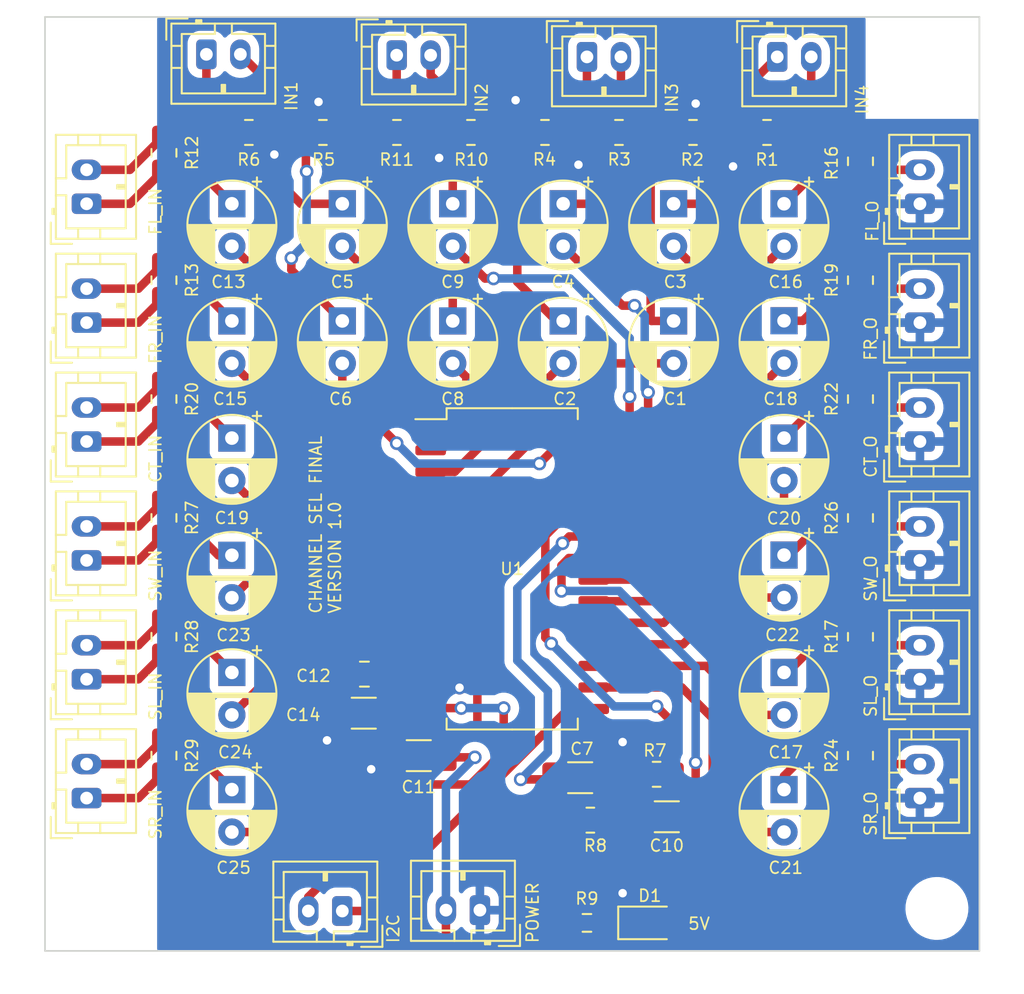
<source format=kicad_pcb>
(kicad_pcb (version 20221018) (generator pcbnew)
  (layers (0 "F.Cu" signal) (31 "B.Cu" signal) (34 "B.Paste" user) (35 "F.Paste" user) (36 "B.SilkS" user "B.Silkscreen") (37 "F.SilkS" user "F.Silkscreen") (38 "B.Mask" user) (39 "F.Mask" user) (44 "Edge.Cuts" user))
  (net 0 "")
  (net 1 "SCL")
  (net 2 "SDA")
  (net 3 "GND")
  (net 4 "VCC")
  (net 5 "FLI")
  (net 6 "FRI")
  (net 7 "CTI")
  (net 8 "SUBI")
  (net 9 "SLI")
  (net 10 "SRI")
  (net 11 "FLO")
  (net 12 "FRO")
  (net 13 "SUBO")
  (net 14 "SLO")
  (net 15 "SRO")
  (net 16 "CTO")
  (net 17 "FLIGND")
  (net 18 "FRIGND")
  (net 19 "CTIGND")
  (net 20 "SUBIGND")
  (net 21 "SLIGND")
  (net 22 "SRIGND")
  (net 23 "L1")
  (net 24 "R1")
  (net 25 "L2")
  (net 26 "R2")
  (net 27 "L3")
  (net 28 "R3")
  (net 29 "L4")
  (net 30 "R4")
  (net 31 "Net-(J1-Pin_1)")
  (net 32 "Net-(J2-Pin_1)")
  (net 33 "Net-(J1-Pin_2)")
  (net 34 "Net-(J2-Pin_2)")
  (net 35 "Net-(J3-Pin_1)")
  (net 36 "Net-(J3-Pin_2)")
  (net 37 "Net-(J4-Pin_1)")
  (net 38 "Net-(J4-Pin_2)")
  (net 39 "Net-(J6-Pin_2)")
  (net 40 "Net-(U1-VREF)")
  (net 41 "Net-(J8-Pin_2)")
  (net 42 "Net-(J9-Pin_2)")
  (net 43 "Net-(J10-Pin_2)")
  (net 44 "Net-(J11-Pin_2)")
  (net 45 "Net-(J12-Pin_2)")
  (net 46 "LPFIN")
  (net 47 "LPFOUT")
  (net 48 "Net-(C10-Pad2)")
  (net 49 "MIX")
  (net 50 "Net-(J13-Pin_2)")
  (net 51 "Net-(J14-Pin_2)")
  (net 52 "Net-(J15-Pin_2)")
  (net 53 "Net-(J16-Pin_2)")
  (net 54 "Net-(J17-Pin_2)")
  (net 55 "Net-(J18-Pin_2)")
  (net 56 "Net-(D1-A)")
  (footprint "Connector_JST:JST_PH_B2B-PH-K_1x02_P2.00mm_Vertical" (layer "F.Cu") (at 130 115.65 180)
    (fp_text reference "J5" hide)
    (fp_text value "Conn_01x02_Male")
  )
  (footprint "Capacitor_THT:CP_Radial_D5.0mm_P2.50mm" (layer "F.Cu") (at 156 74 -90)
    (fp_text reference "C16")
    (fp_text value "10U")
  )
  (footprint "Resistor_SMD:R_0805_2012Metric_Pad1.20x1.40mm_HandSolder" (layer "F.Cu") (at 137.571426 69.8 180)
    (fp_text reference "R10")
    (fp_text value "100K")
  )
  (footprint "MountingHole:MountingHole_3.2mm_M3" (layer "F.Cu") (at 165 115.5)
    (fp_text reference "H2" hide)
    (fp_text value "MountingHole")
  )
  (footprint "Resistor_SMD:R_0805_2012Metric_Pad1.20x1.40mm_HandSolder" (layer "F.Cu") (at 128.857142 69.8)
    (fp_text reference "R5")
    (fp_text value "100K")
  )
  (footprint "Resistor_SMD:R_0805_2012Metric_Pad1.20x1.40mm_HandSolder" (layer "F.Cu") (at 150.642852 69.8 180)
    (fp_text reference "R2")
    (fp_text value "100K")
  )
  (footprint "Capacitor_THT:CP_Radial_D5.0mm_P2.50mm" (layer "F.Cu") (at 123.5 101.6 -90)
    (fp_text reference "C24")
    (fp_text value "10U")
  )
  (footprint "Connector_JST:JST_PH_B2B-PH-K_1x02_P2.00mm_Vertical" (layer "F.Cu") (at 114.95 109 90)
    (fp_text reference "J18" hide)
    (fp_text value "Conn_01x02_Male")
  )
  (footprint "Connector_JST:JST_PH_B2B-PH-K_1x02_P2.00mm_Vertical" (layer "F.Cu") (at 114.95 88 90)
    (fp_text reference "J12" hide)
    (fp_text value "Conn_01x02_Male")
  )
  (footprint "Connector_JST:JST_PH_B2B-PH-K_1x02_P2.00mm_Vertical" (layer "F.Cu") (at 164 95 90)
    (fp_text reference "J15" hide)
    (fp_text value "CTO")
  )
  (footprint "Capacitor_THT:CP_Radial_D5.0mm_P2.50mm" (layer "F.Cu") (at 143 74 -90)
    (fp_text reference "C4")
    (fp_text value "10U")
  )
  (footprint "Connector_JST:JST_PH_B2B-PH-K_1x02_P2.00mm_Vertical" (layer "F.Cu") (at 164 81 90)
    (fp_text reference "J11" hide)
    (fp_text value "Conn_01x02_Male")
  )
  (footprint "Connector_JST:JST_PH_B2B-PH-K_1x02_P2.00mm_Vertical" (layer "F.Cu") (at 114.95 81 90)
    (fp_text reference "J8" hide)
    (fp_text value "Conn_01x02_Male")
  )
  (footprint "Resistor_SMD:R_0805_2012Metric_Pad1.20x1.40mm_HandSolder" (layer "F.Cu") (at 146.28571 69.8 180)
    (fp_text reference "R3")
    (fp_text value "100K")
  )
  (footprint "Capacitor_THT:CP_Radial_D5.0mm_P2.50mm" (layer "F.Cu") (at 130 74 -90)
    (fp_text reference "C5")
    (fp_text value "10U")
  )
  (footprint "Capacitor_SMD:C_1206_3216Metric_Pad1.33x1.80mm_HandSolder" (layer "F.Cu") (at 131.2625 104 180)
    (fp_text reference "C14")
    (fp_text value "10U")
  )
  (footprint "Connector_JST:JST_PH_B2B-PH-K_1x02_P2.00mm_Vertical" (layer "F.Cu") (at 155.6 65.35)
    (fp_text reference "J1" hide)
    (fp_text value "Conn_01x02_Male")
  )
  (footprint "Connector_JST:JST_PH_B2B-PH-K_1x02_P2.00mm_Vertical" (layer "F.Cu") (at 164 88 90)
    (fp_text reference "J13" hide)
    (fp_text value "Conn_01x02_Male")
  )
  (footprint "Resistor_SMD:R_0805_2012Metric_Pad1.20x1.40mm_HandSolder" (layer "F.Cu") (at 148.5 107.6 180)
    (fp_text reference "R7")
    (fp_text value "24K")
  )
  (footprint "Connector_JST:JST_PH_B2B-PH-K_1x02_P2.00mm_Vertical" (layer "F.Cu") (at 164 102 90)
    (fp_text reference "J10" hide)
    (fp_text value "Conn_01x02_Male")
  )
  (footprint "Connector_JST:JST_PH_B2B-PH-K_1x02_P2.00mm_Vertical" (layer "F.Cu") (at 133.2 65.25)
    (fp_text reference "J4" hide)
    (fp_text value "Conn_01x02_Male")
  )
  (footprint "Connector_JST:JST_PH_B2B-PH-K_1x02_P2.00mm_Vertical" (layer "F.Cu") (at 164 74 90)
    (fp_text reference "J9" hide)
    (fp_text value "Conn_01x02_Male")
  )
  (footprint "Resistor_SMD:R_0805_2012Metric_Pad1.20x1.40mm_HandSolder" (layer "F.Cu") (at 119.5 78.5 -90)
    (fp_text reference "R13")
    (fp_text value "100K")
  )
  (footprint "Resistor_SMD:R_0805_2012Metric_Pad1.20x1.40mm_HandSolder" (layer "F.Cu") (at 160.5 78.5 -90)
    (fp_text reference "R19")
    (fp_text value "100K")
  )
  (footprint "Resistor_SMD:R_0805_2012Metric_Pad1.20x1.40mm_HandSolder" (layer "F.Cu") (at 160.5 71.5 -90)
    (fp_text reference "R16")
    (fp_text value "100K")
  )
  (footprint "Resistor_SMD:R_0805_2012Metric_Pad1.20x1.40mm_HandSolder" (layer "F.Cu") (at 119.5 92.5 -90)
    (fp_text reference "R27")
    (fp_text value "100K")
  )
  (footprint "Resistor_SMD:R_0805_2012Metric_Pad1.20x1.40mm_HandSolder" (layer "F.Cu") (at 160.5 85.5 -90)
    (fp_text reference "R22")
    (fp_text value "100K")
  )
  (footprint "Capacitor_THT:CP_Radial_D5.0mm_P2.50mm" (layer "F.Cu") (at 136.5 74 -90)
    (fp_text reference "C9")
    (fp_text value "10U")
  )
  (footprint "Capacitor_THT:CP_Radial_D5.0mm_P2.50mm" (layer "F.Cu") (at 143 80.9 -90)
    (fp_text reference "C2")
    (fp_text value "10U")
  )
  (footprint "MountingHole:MountingHole_3.2mm_M3" (layer "F.Cu") (at 115 65.5)
    (fp_text reference "H4" hide)
    (fp_text value "MountingHole")
  )
  (footprint "Package_SO:SOIC-28W_7.5x18.7mm_P1.27mm" (layer "F.Cu") (at 140 95.5)
    (fp_text reference "U1")
    (fp_text value "AX2358")
  )
  (footprint "Capacitor_THT:CP_Radial_D5.0mm_P2.50mm" (layer "F.Cu") (at 123.5 94.7 -90)
    (fp_text reference "C23")
    (fp_text value "10U")
  )
  (footprint "Capacitor_THT:CP_Radial_D5.0mm_P2.50mm" (layer "F.Cu") (at 130 80.9 -90)
    (fp_text reference "C6")
    (fp_text value "10U")
  )
  (footprint "Capacitor_THT:CP_Radial_D5.0mm_P2.50mm" (layer "F.Cu") (at 156 101.6 -90)
    (fp_text reference "C17")
    (fp_text value "10U")
  )
  (footprint "Connector_JST:JST_PH_B2B-PH-K_1x02_P2.00mm_Vertical" (layer "F.Cu") (at 114.95 95 90)
    (fp_text reference "J16" hide)
    (fp_text value "Conn_01x02_Male")
  )
  (footprint "Capacitor_THT:CP_Radial_D5.0mm_P2.50mm" (layer "F.Cu") (at 156 108.5 -90)
    (fp_text reference "C21")
    (fp_text value "10U")
  )
  (footprint "Resistor_SMD:R_0805_2012Metric_Pad1.20x1.40mm_HandSolder" (layer "F.Cu") (at 119.5 99.5 -90)
    (fp_text reference "R28")
    (fp_text value "100K")
  )
  (footprint "Resistor_SMD:R_0805_2012Metric_Pad1.20x1.40mm_HandSolder" (layer "F.Cu") (at 144.6 110.3 180)
    (fp_text reference "R8")
    (fp_text value "24K")
  )
  (footprint "Capacitor_SMD:C_0805_2012Metric_Pad1.18x1.45mm_HandSolder" (layer "F.Cu") (at 131.3 101.7 180)
    (fp_text reference "C12")
    (fp_text value "0.1U")
  )
  (footprint "Capacitor_THT:CP_Radial_D5.0mm_P2.50mm" (layer "F.Cu") (at 123.5 87.8 -90)
    (fp_text reference "C19")
    (fp_text value "10U")
  )
  (footprint "Connector_JST:JST_PH_B2B-PH-K_1x02_P2.00mm_Vertical" (layer "F.Cu") (at 114.95 102 90)
    (fp_text reference "J17" hide)
    (fp_text value "Conn_01x02_Male")
  )
  (footprint "Connector_JST:JST_PH_B2B-PH-K_1x02_P2.00mm_Vertical" (layer "F.Cu") (at 144.4 65.35)
    (fp_text reference "J2" hide)
    (fp_text value "Conn_01x02_Male")
  )
  (footprint "Capacitor_THT:CP_Radial_D5.0mm_P2.50mm" (layer "F.Cu") (at 156 94.689888 -90)
    (fp_text reference "C22")
    (fp_text value "10U")
  )
  (footprint "Capacitor_THT:CP_Radial_D5.0mm_P2.50mm" (layer "F.Cu") (at 156 80.889888 -90)
    (fp_text reference "C18")
    (fp_text value "10U")
  )
  (footprint "Resistor_SMD:R_0805_2012Metric_Pad1.20x1.40mm_HandSolder" (layer "F.Cu") (at 155 69.8 180)
    (fp_text reference "R1")
    (fp_text value "100K")
  )
  (footprint "Resistor_SMD:R_0805_2012Metric_Pad1.20x1.40mm_HandSolder" (layer "F.Cu") (at 124.5 69.8)
    (fp_text reference "R6")
    (fp_text value "100K")
  )
  (footprint "Connector_JST:JST_PH_B2B-PH-K_1x02_P2.00mm_Vertical" (layer "F.Cu") (at 122 65.2)
    (fp_text reference "J3" hide)
    (fp_text value "Conn_01x02_Male")
  )
  (footprint "Capacitor_THT:CP_Radial_D5.0mm_P2.50mm" (layer "F.Cu") (at 123.5 80.9 -90)
    (fp_text reference "C15")
    (fp_text value "10U")
  )
  (footprint "Capacitor_SMD:C_1206_3216Metric_Pad1.33x1.80mm_HandSolder" (layer "F.Cu") (at 144 107.8 180)
    (fp_text reference "C7")
    (fp_text value "47N C0G")
  )
  (footprint "Capacitor_THT:CP_Radial_D5.0mm_P2.50mm" (layer "F.Cu") (at 149.5 80.9 -90)
    (fp_text reference "C1")
    (fp_text value "10U")
  )
  (footprint "Resistor_SMD:R_0805_2012Metric_Pad1.20x1.40mm_HandSolder" (layer "F.Cu") (at 160.5 106.5 -90)
    (fp_text reference "R24")
    (fp_text value "100K")
  )
  (footprint "Capacitor_THT:CP_Radial_D5.0mm_P2.50mm" (layer "F.Cu") (at 156 87.8 -90)
    (fp_text reference "C20")
    (fp_text value "10U")
  )
  (footprint "Resistor_SMD:R_0805_2012Metric_Pad1.20x1.40mm_HandSolder" (layer "F.Cu") (at 160.5 99.5 -90)
    (fp_text reference "R17")
    (fp_text value "100K")
  )
  (footprint "Resistor_SMD:R_0805_2012Metric_Pad1.20x1.40mm_HandSolder" (layer "F.Cu") (at 119.5 85.5 -90)
    (fp_text reference "R20")
    (fp_text value "100K")
  )
  (footprint "LED_SMD:LED_0805_2012Metric_Pad1.15x1.40mm_HandSolder" (layer "F.Cu") (at 148.1 116.35)
    (fp_text reference "D1")
    (fp_text value "YELLOW")
  )
  (footprint "Capacitor_THT:CP_Radial_D5.0mm_P2.50mm" (layer "F.Cu") (at 123.5 74 -90)
    (fp_text reference "C13")
    (fp_text value "10U")
  )
  (footprint "Resistor_SMD:R_0805_2012Metric_Pad1.20x1.40mm_HandSolder" (layer "F.Cu") (at 119.5 106.5 -90)
    (fp_text reference "R29")
    (fp_text value "100K")
  )
  (footprint "Resistor_SMD:R_0603_1608Metric_Pad0.98x0.95mm_HandSolder" (layer "F.Cu") (at 144.4 116.35)
    (fp_text reference "R9")
    (fp_text value "1K")
  )
  (footprint "MountingHole:MountingHole_3.2mm_M3" (layer "F.Cu") (at 115 115.5)
    (fp_text reference "H1" hide)
    (fp_text value "MountingHole")
  )
  (footprint "Connector_JST:JST_PH_B2B-PH-K_1x02_P2.00mm_Vertical" (layer "F.Cu") (at 138.1 115.6 180)
    (fp_text reference "J7" hide)
    (fp_text value "Conn_01x02_Male")
  )
  (footprint "Capacitor_SMD:C_1206_3216Metric_Pad1.33x1.80mm_HandSolder" (layer "F.Cu") (at 149.1 110.1 180)
    (fp_text reference "C10")
    (fp_text value "100N C0G")
  )
  (footprint "Capacitor_THT:CP_Radial_D5.0mm_P2.50mm" (layer "F.Cu") (at 123.5 108.5 -90)
    (fp_text reference "C25")
    (fp_text value "10U")
  )
  (footprint "MountingHole:MountingHole_3.2mm_M3" (layer "F.Cu") (at 165 65.5)
    (fp_text reference "H3" hide)
    (fp_text value "MountingHole")
  )
  (footprint "Connector_JST:JST_PH_B2B-PH-K_1x02_P2.00mm_Vertical" (layer "F.Cu") (at 164 109 90)
    (fp_text reference "J14" hide)
    (fp_text value "Conn_01x02_Male")
  )
  (footprint "Resistor_SMD:R_0805_2012Metric_Pad1.20x1.40mm_HandSolder" (layer "F.Cu") (at 160.5 92.5 -90)
    (fp_text reference "R26")
    (fp_text value "100K")
  )
  (footprint "Resistor_SMD:R_0805_2012Metric_Pad1.20x1.40mm_HandSolder" (layer "F.Cu") (at 133.214284 69.8 180)
    (fp_text reference "R11")
    (fp_text value "100K")
  )
  (footprint "Capacitor_THT:CP_Radial_D5.0mm_P2.50mm" (layer "F.Cu") (at 136.5 80.9 -90)
    (fp_text reference "C8")
    (fp_text value "10U")
  )
  (footprint "Resistor_SMD:R_0805_2012Metric_Pad1.20x1.40mm_HandSolder" (layer "F.Cu") (at 141.928568 69.8 180)
    (fp_text reference "R4")
    (fp_text value "100K")
  )
  (footprint "Capacitor_SMD:C_1206_3216Metric_Pad1.33x1.80mm_HandSolder" (layer "F.Cu") (at 134.5 106.5 180)
    (fp_text reference "C11")
    (fp_text value "10U")
  )
  (footprint "Capacitor_THT:CP_Radial_D5.0mm_P2.50mm" (layer "F.Cu") (at 149.5 74 -90)
    (fp_text reference "C3")
    (fp_text value "10U")
  )
  (footprint "Connector_JST:JST_PH_B2B-PH-K_1x02_P2.00mm_Vertical" (layer "F.Cu") (at 114.95 74 90)
    (fp_text reference "J6" hide)
    (fp_text value "Conn_01x02_Male")
  )
  (footprint "Resistor_SMD:R_0805_2012Metric_Pad1.20x1.40mm_HandSolder" (layer "F.Cu") (at 119.5 71 -90)
    (fp_text reference "R12")
    (fp_text value "100K")
  )
  (gr_line (start 112.5 118) (end 167.5 118) (stroke (width 0.1)) (layer "Edge.Cuts"))
  (gr_line (start 112.5 63) (end 112.5 118) (stroke (width 0.1)) (layer "Edge.Cuts"))
  (gr_line (start 167.5 63) (end 167.5 118) (stroke (width 0.1)) (layer "Edge.Cuts"))
  (gr_line (start 167.5 63) (end 112.5 63) (stroke (width 0.1)) (layer "Edge.Cuts"))
  (gr_text "SL_O" (at 161.1 104.3 90) (layer "F.SilkS") (effects (font (size 0.7 0.7) (thickness 0.1)) (justify left)))
  (gr_text "FR_IN" (at 119 83.5 90) (layer "F.SilkS") (effects (font (size 0.7 0.7) (thickness 0.1)) (justify left)))
  (gr_text "SW_O" (at 161.1 97.5 90) (layer "F.SilkS") (effects (font (size 0.7 0.7) (thickness 0.1)) (justify left)))
  (gr_text "SL_IN" (at 119 104.5 90) (layer "F.SilkS") (effects (font (size 0.7 0.7) (thickness 0.1)) (justify left)))
  (gr_text "POWER" (at 141.2 117.6 90) (layer "F.SilkS") (effects (font (size 0.7 0.7) (thickness 0.1)) (justify left)))
  (gr_text "5V" (at 150.3 116.4) (layer "F.SilkS") (effects (font (size 0.7 0.7) (thickness 0.1)) (justify left)))
  (gr_text "CHANNEL SEL FINAL\nVERSION 1.0" (at 129 98.2 90) (layer "F.SilkS") (effects (font (size 0.7 0.7) (thickness 0.1)) (justify left)))
  (gr_text "IN4" (at 160.6 68.8 90) (layer "F.SilkS") (effects (font (size 0.7 0.7) (thickness 0.1)) (justify left)))
  (gr_text "SR_O\n" (at 161.1 111.3 90) (layer "F.SilkS") (effects (font (size 0.7 0.7) (thickness 0.1)) (justify left)))
  (gr_text "IN1\n" (at 127 68.6 90) (layer "F.SilkS") (effects (font (size 0.7 0.7) (thickness 0.1)) (justify left)))
  (gr_text "IN3" (at 149.4 68.7 90) (layer "F.SilkS") (effects (font (size 0.7 0.7) (thickness 0.1)) (justify left)))
  (gr_text "I2C" (at 133 117.6 90) (layer "F.SilkS") (effects (font (size 0.7 0.7) (thickness 0.1)) (justify left)))
  (gr_text "IN2" (at 138.2 68.7 90) (layer "F.SilkS") (effects (font (size 0.7 0.7) (thickness 0.1)) (justify left)))
  (gr_text "SW_IN" (at 119 97.5 90) (layer "F.SilkS") (effects (font (size 0.7 0.7) (thickness 0.1)) (justify left)))
  (gr_text "CT_O" (at 161.1 90.2 90) (layer "F.SilkS") (effects (font (size 0.7 0.7) (thickness 0.1)) (justify left)))
  (gr_text "SR_IN\n" (at 119 111.5 90) (layer "F.SilkS") (effects (font (size 0.7 0.7) (thickness 0.1)) (justify left)))
  (gr_text "FL_IN" (at 119 75.9 90) (layer "F.SilkS") (effects (font (size 0.7 0.7) (thickness 0.1)) (justify left)))
  (gr_text "CT_IN" (at 119 90.5 90) (layer "F.SilkS") (effects (font (size 0.7 0.7) (thickness 0.1)) (justify left)))
  (gr_text "FL_O" (at 161.2 76.3 90) (layer "F.SilkS") (effects (font (size 0.7 0.7) (thickness 0.1)) (justify left)))
  (gr_text "FR_O" (at 161.1 83.3 90) (layer "F.SilkS") (effects (font (size 0.7 0.7) (thickness 0.1)) (justify left)))
  (segment (start 143.302204 103.755) (end 144.8 103.755) (width 0.5) (layer "F.Cu") (net 1))
  (segment (start 130 115.65) (end 131.407204 115.65) (width 0.5) (layer "F.Cu") (net 1))
  (segment (start 131.407204 115.65) (end 143.302204 103.755) (width 0.5) (layer "F.Cu") (net 1))
  (segment (start 137.542796 108.2) (end 139.5 106.242796) (width 0.5) (layer "F.Cu") (net 2))
  (segment (start 128 114.825) (end 134.625 108.2) (width 0.5) (layer "F.Cu") (net 2))
  (segment (start 137 103.7) (end 135.255 103.7) (width 0.5) (layer "F.Cu") (net 2))
  (segment (start 134.625 108.2) (end 137.542796 108.2) (width 0.5) (layer "F.Cu") (net 2))
  (segment (start 128 115.65) (end 128 114.825) (width 0.5) (layer "F.Cu") (net 2))
  (segment (start 135.255 103.7) (end 135.2 103.755) (width 0.5) (layer "F.Cu") (net 2))
  (segment (start 139.5 106.242796) (end 139.5 103.7) (width 0.5) (layer "F.Cu") (net 2))
  (via (at 137 103.7) (size 0.8) (drill 0.5) (layers "F.Cu" "B.Cu") (net 2))
  (via (at 139.5 103.7) (size 0.8) (drill 0.5) (layers "F.Cu" "B.Cu") (net 2))
  (segment (start 137 103.7) (end 139.5 103.7) (width 0.5) (layer "B.Cu") (net 2))
  (segment (start 162 109) (end 160.5 107.5) (width 0.5) (layer "F.Cu") (net 3))
  (segment (start 164 102) (end 162 102) (width 0.5) (layer "F.Cu") (net 3))
  (segment (start 125.5 69.8) (end 125.5 70.6) (width 0.5) (layer "F.Cu") (net 3))
  (segment (start 140.928568 69.8) (end 140.928568 68.628568) (width 0.5) (layer "F.Cu") (net 3))
  (segment (start 136.571426 70.428574) (end 135.7 71.3) (width 0.5) (layer "F.Cu") (net 3))
  (segment (start 132.9375 106.5) (end 132.5 106.5) (width 0.5) (layer "F.Cu") (net 3))
  (segment (start 149.642852 69.257148) (end 150.8 68.1) (width 0.5) (layer "F.Cu") (net 3))
  (segment (start 145.5375 107.9) (end 145.5375 106.6625) (width 0.5) (layer "F.Cu") (net 3))
  (segment (start 136.571426 69.8) (end 136.571426 70.428574) (width 0.5) (layer "F.Cu") (net 3))
  (segment (start 129.857142 69.8) (end 129.857142 69.257142) (width 0.5) (layer "F.Cu") (net 3))
  (segment (start 132.214284 69.8) (end 129.857142 69.8) (width 0.5) (layer "F.Cu") (net 3))
  (segment (start 145.28571 69.8) (end 145.28571 70.31429) (width 0.5) (layer "F.Cu") (net 3))
  (segment (start 125.5 70.6) (end 126 71.1) (width 0.5) (layer "F.Cu") (net 3))
  (segment (start 162 74) (end 160.5 72.5) (width 0.5) (layer "F.Cu") (net 3))
  (segment (start 147.075 116.35) (end 147.075 115.175) (width 0.5) (layer "F.Cu") (net 3))
  (segment (start 162 81) (end 160.5 79.5) (width 0.5) (layer "F.Cu") (net 3))
  (segment (start 162 88) (end 160.5 86.5) (width 0.5) (layer "F.Cu") (net 3))
  (segment (start 162 95) (end 160.5 93.5) (width 0.5) (layer "F.Cu") (net 3))
  (segment (start 145.5375 106.6625) (end 146.5 105.7) (width 0.5) (layer "F.Cu") (net 3))
  (segment (start 147.075 115.175) (end 146.5 114.6) (width 0.5) (layer "F.Cu") (net 3))
  (segment (start 162 102) (end 160.5 100.5) (width 0.5) (layer "F.Cu") (net 3))
  (segment (start 132.5 106.5) (end 131.7 107.3) (width 0.5) (layer "F.Cu") (net 3))
  (segment (start 164 95) (end 162 95) (width 0.5) (layer "F.Cu") (net 3))
  (segment (start 154 69.8) (end 153 70.8) (width 0.5) (layer "F.Cu") (net 3))
  (segment (start 153 70.8) (end 153 71.8) (width 0.5) (layer "F.Cu") (net 3))
  (segment (start 145.28571 70.31429) (end 143.9 71.7) (width 0.5) (layer "F.Cu") (net 3))
  (segment (start 164 88) (end 162 88) (width 0.5) (layer "F.Cu") (net 3))
  (segment (start 164 74) (end 162 74) (width 0.5) (layer "F.Cu") (net 3))
  (segment (start 130.3625 101.9) (end 129.7 102.5625) (width 0.5) (layer "F.Cu") (net 3))
  (segment (start 164 109) (end 162 109) (width 0.5) (layer "F.Cu") (net 3))
  (segment (start 149.642852 69.8) (end 149.642852 69.257148) (width 0.5) (layer "F.Cu") (net 3))
  (segment (start 164 81) (end 162 81) (width 0.5) (layer "F.Cu") (net 3))
  (segment (start 129.857142 69.257142) (end 128.6 68) (width 0.5) (layer "F.Cu") (net 3))
  (segment (start 129.7 102.5625) (end 129.7 105) (width 0.5) (layer "F.Cu") (net 3))
  (segment (start 136.885 102.485) (end 136.9 102.5) (width 0.5) (layer "F.Cu") (net 3))
  (segment (start 135.2 102.485) (end 136.885 102.485) (width 0.5) (layer "F.Cu") (net 3))
  (segment (start 140.928568 68.628568) (end 140.2 67.9) (width 0.5) (layer "F.Cu") (net 3))
  (segment (start 129.7 105) (end 129.1 105.6) (width 0.5) (layer "F.Cu") (net 3))
  (via (at 136.9 102.5) (size 0.8) (drill 0.5) (layers "F.Cu" "B.Cu") (net 3))
  (via (at 131.7 107.3) (size 0.8) (drill 0.5) (layers "F.Cu" "B.Cu") (net 3))
  (via (at 153 71.8) (size 0.8) (drill 0.5) (layers "F.Cu" "B.Cu") (net 3))
  (via (at 146.5 114.6) (size 0.8) (drill 0.5) (layers "F.Cu" "B.Cu") (net 3))
  (via (at 135.7 71.3) (size 0.8) (drill 0.5) (layers "F.Cu" "B.Cu") (net 3))
  (via (at 146.5 105.7) (size 0.8) (drill 0.5) (layers "F.Cu" "B.Cu") (net 3))
  (via (at 140.2 67.9) (size 0.8) (drill 0.5) (layers "F.Cu" "B.Cu") (net 3))
  (via (at 150.8 68.1) (size 0.8) (drill 0.5) (layers "F.Cu" "B.Cu") (net 3))
  (via (at 128.6 68) (size 0.8) (drill 0.5) (layers "F.Cu" "B.Cu") (net 3))
  (via (at 129.1 105.6) (size 0.8) (drill 0.5) (layers "F.Cu" "B.Cu") (net 3))
  (via (at 143.9 71.7) (size 0.8) (drill 0.5) (layers "F.Cu" "B.Cu") (net 3))
  (via (at 126 71.1) (size 0.8) (drill 0.5) (layers "F.Cu" "B.Cu") (net 3))
  (segment (start 141.55 116.35) (end 140.5 117.4) (width 0.5) (layer "F.Cu") (net 4))
  (segment (start 134.3925 99.945) (end 132.4375 101.9) (width 0.5) (layer "F.Cu") (net 4))
  (segment (start 137.8 106.6) (end 136.1625 106.6) (width 0.5) (layer "F.Cu") (net 4))
  (segment (start 135.2 99.945) (end 134.3925 99.945) (width 0.5) (layer "F.Cu") (net 4))
  (segment (start 136.5 117.4) (end 136.1 117) (width 0.5) (layer "F.Cu") (net 4))
  (segment (start 143.2 116.35) (end 141.55 116.35) (width 0.5) (layer "F.Cu") (net 4))
  (segment (start 137.9495 104.613) (end 136.0625 106.5) (width 0.5) (layer "F.Cu") (net 4))
  (segment (start 140.5 117.4) (end 136.5 117.4) (width 0.5) (layer "F.Cu") (net 4))
  (segment (start 137.9495 102.074551) (end 137.9495 104.613) (width 0.5) (layer "F.Cu") (net 4))
  (segment (start 135.819949 99.945) (end 137.9495 102.074551) (width 0.5) (layer "F.Cu") (net 4))
  (segment (start 136.1 117) (end 136.1 115.6) (width 0.5) (layer "F.Cu") (net 4))
  (via (at 137.8 106.6) (size 0.8) (drill 0.5) (layers "F.Cu" "B.Cu") (net 4))
  (segment (start 136.1 115.6) (end 136.1 108.3) (width 0.5) (layer "B.Cu") (net 4))
  (segment (start 136.1 108.3) (end 137.8 106.6) (width 0.5) (layer "B.Cu") (net 4))
  (segment (start 126.9 79.9) (end 123.5 76.5) (width 0.5) (layer "F.Cu") (net 5))
  (segment (start 126.9 84.644949) (end 126.9 79.9) (width 0.5) (layer "F.Cu") (net 5))
  (segment (start 134.580051 92.325) (end 126.9 84.644949) (width 0.5) (layer "F.Cu") (net 5))
  (segment (start 135.2 93.595) (end 133.695 93.595) (width 0.5) (layer "F.Cu") (net 6))
  (segment (start 133.695 93.595) (end 123.5 83.4) (width 0.5) (layer "F.Cu") (net 6))
  (segment (start 128.065 94.865) (end 123.5 90.3) (width 0.5) (layer "F.Cu") (net 7))
  (segment (start 135.2 94.865) (end 128.065 94.865) (width 0.5) (layer "F.Cu") (net 7))
  (segment (start 124.565 96.135) (end 123.5 97.2) (width 0.5) (layer "F.Cu") (net 8))
  (segment (start 135.2 96.135) (end 124.565 96.135) (width 0.5) (layer "F.Cu") (net 8))
  (segment (start 135.2 97.405) (end 130.195 97.405) (width 0.5) (layer "F.Cu") (net 9))
  (segment (start 130.195 97.405) (end 123.5 104.1) (width 0.5) (layer "F.Cu") (net 9))
  (segment (start 130.725 98.675) (end 126.4 103) (width 0.5) (layer "F.Cu") (net 10))
  (segment (start 125.4 111) (end 123.5 111) (width 0.5) (layer "F.Cu") (net 10))
  (segment (start 135.2 98.675) (end 130.725 98.675) (width 0.5) (layer "F.Cu") (net 10))
  (segment (start 126.4 103) (end 126.4 110) (width 0.5) (layer "F.Cu") (net 10))
  (segment (start 126.4 110) (end 125.4 111) (width 0.5) (layer "F.Cu") (net 10))
  (segment (start 147.865 96.135) (end 144.8 96.135) (width 0.5) (layer "F.Cu") (net 11))
  (segment (start 151.900499 92.099501) (end 147.865 96.135) (width 0.5) (layer "F.Cu") (net 11))
  (segment (start 151.900499 80.599501) (end 151.900499 92.099501) (width 0.5) (layer "F.Cu") (net 11))
  (segment (start 156 76.5) (end 151.900499 80.599501) (width 0.5) (layer "F.Cu") (net 11))
  (segment (start 152.7 86.689888) (end 152.7 93.2) (width 0.5) (layer "F.Cu") (net 12))
  (segment (start 148.495 97.405) (end 144.8 97.405) (width 0.5) (layer "F.Cu") (net 12))
  (segment (start 152.7 93.2) (end 148.495 97.405) (width 0.5) (layer "F.Cu") (net 12))
  (segment (start 156 83.389888) (end 152.7 86.689888) (width 0.5) (layer "F.Cu") (net 12))
  (segment (start 152.810112 97.189888) (end 150.055 99.945) (width 0.5) (layer "F.Cu") (net 13))
  (segment (start 150.055 99.945) (end 144.8 99.945) (width 0.5) (layer "F.Cu") (net 13))
  (segment (start 156 97.189888) (end 152.810112 97.189888) (width 0.5) (layer "F.Cu") (net 13))
  (segment (start 154.3 104.1) (end 151.415 101.215) (width 0.5) (layer "F.Cu") (net 14))
  (segment (start 151.415 101.215) (end 144.8 101.215) (width 0.5) (layer "F.Cu") (net 14))
  (segment (start 156 104.1) (end 154.3 104.1) (width 0.5) (layer "F.Cu") (net 14))
  (segment (start 151.8 104.3) (end 149.985 102.485) (width 0.5) (layer "F.Cu") (net 15))
  (segment (start 154.5 111) (end 151.8 108.3) (width 0.5) (layer "F.Cu") (net 15))
  (segment (start 149.985 102.485) (end 144.8 102.485) (width 0.5) (layer "F.Cu") (net 15))
  (segment (start 156 111) (end 154.5 111) (width 0.5) (layer "F.Cu") (net 15))
  (segment (start 151.8 108.3) (end 151.8 104.3) (width 0.5) (layer "F.Cu") (net 15))
  (segment (start 156 91.6) (end 156 90.3) (width 0.5) (layer "F.Cu") (net 16))
  (segment (start 144.8 98.675) (end 148.925 98.675) (width 0.5) (layer "F.Cu") (net 16))
  (segment (start 148.925 98.675) (end 156 91.6) (width 0.5) (layer "F.Cu") (net 16))
  (segment (start 117.5 74) (end 114.95 74) (width 0.5) (layer "F.Cu") (net 17))
  (segment (start 119.5 72) (end 117.5 74) (width 0.5) (layer "F.Cu") (net 17))
  (segment (start 118 81) (end 114.95 81) (width 0.5) (layer "F.Cu") (net 18))
  (segment (start 119.5 79.5) (end 118 81) (width 0.5) (layer "F.Cu") (net 18))
  (segment (start 114.95 88) (end 118 88) (width 0.5) (layer "F.Cu") (net 19))
  (segment (start 118 88) (end 119.5 86.5) (width 0.5) (layer "F.Cu") (net 19))
  (segment (start 118 95) (end 114.95 95) (width 0.5) (layer "F.Cu") (net 20))
  (segment (start 119.5 93.5) (end 118 95) (width 0.5) (layer "F.Cu") (net 20))
  (segment (start 118 102) (end 114.95 102) (width 0.5) (layer "F.Cu") (net 21))
  (segment (start 119.5 100.5) (end 118 102) (width 0.5) (layer "F.Cu") (net 21))
  (segment (start 118 109) (end 119.5 107.5) (width 0.5) (layer "F.Cu") (net 22))
  (segment (start 114.95 109) (end 118 109) (width 0.5) (layer "F.Cu") (net 22))
  (segment (start 135.2 87.245) (end 133.5 85.545) (width 0.5) (layer "F.Cu") (net 23))
  (segment (start 133.5 85.545) (end 133.5 80) (width 0.5) (layer "F.Cu") (net 23))
  (segment (start 133.5 80) (end 130 76.5) (width 0.5) (layer "F.Cu") (net 23))
  (segment (start 130 84.9) (end 130 83.4) (width 0.5) (layer "F.Cu") (net 24))
  (segment (start 144.8 87.245) (end 143.655 87.245) (width 0.5) (layer "F.Cu") (net 24))
  (segment (start 133.2 88.1) (end 130 84.9) (width 0.5) (layer "F.Cu") (net 24))
  (segment (start 143.655 87.245) (end 141.6 89.3) (width 0.5) (layer "F.Cu") (net 24))
  (via (at 133.2 88.1) (size 0.8) (drill 0.5) (layers "F.Cu" "B.Cu") (net 24))
  (via (at 141.6 89.3) (size 0.8) (drill 0.5) (layers "F.Cu" "B.Cu") (net 24))
  (segment (start 134.4 89.3) (end 133.2 88.1) (width 0.5) (layer "B.Cu") (net 24))
  (segment (start 141.6 89.3) (end 134.4 89.3) (width 0.5) (layer "B.Cu") (net 24))
  (segment (start 137.299999 84.199999) (end 137.299999 87.03495) (width 0.5) (layer "F.Cu") (net 25))
  (segment (start 137.299999 87.03495) (end 135.819949 88.515) (width 0.5) (layer "F.Cu") (net 25))
  (segment (start 136.5 83.4) (end 137.299999 84.199999) (width 0.5) (layer "F.Cu") (net 25))
  (segment (start 138.4 78.4) (end 136.5 76.5) (width 0.5) (layer "F.Cu") (net 26))
  (segment (start 145.419949 88.515) (end 146.911031 87.023918) (width 0.5) (layer "F.Cu") (net 26))
  (segment (start 146.911031 87.023918) (end 146.911031 85.353356) (width 0.5) (layer "F.Cu") (net 26))
  (segment (start 138.9 78.4) (end 138.4 78.4) (width 0.5) (layer "F.Cu") (net 26))
  (via (at 146.911031 85.353356) (size 0.8) (drill 0.5) (layers "F.Cu" "B.Cu") (net 26))
  (via (at 138.9 78.4) (size 0.8) (drill 0.5) (layers "F.Cu" "B.Cu") (net 26))
  (segment (start 138.9 78.4) (end 143.4 78.4) (width 0.5) (layer "B.Cu") (net 26))
  (segment (start 146.911031 81.911031) (end 146.911031 85.353356) (width 0.5) (layer "B.Cu") (net 26))
  (segment (start 143.4 78.4) (end 146.911031 81.911031) (width 0.5) (layer "B.Cu") (net 26))
  (segment (start 135.2 89.785) (end 136.615 89.785) (width 0.5) (layer "F.Cu") (net 27))
  (segment (start 136.615 89.785) (end 143 83.4) (width 0.5) (layer "F.Cu") (net 27))
  (segment (start 147.2 80) (end 146.5 80) (width 0.5) (layer "F.Cu") (net 28))
  (segment (start 148 89.6) (end 148 85.1) (width 0.5) (layer "F.Cu") (net 28))
  (segment (start 147.815 89.785) (end 148 89.6) (width 0.5) (layer "F.Cu") (net 28))
  (segment (start 144.8 89.785) (end 147.815 89.785) (width 0.5) (layer "F.Cu") (net 28))
  (segment (start 146.5 80) (end 143 76.5) (width 0.5) (layer "F.Cu") (net 28))
  (via (at 147.2 80) (size 0.8) (drill 0.5) (layers "F.Cu" "B.Cu") (net 28))
  (via (at 148 85.1) (size 0.8) (drill 0.5) (layers "F.Cu" "B.Cu") (net 28))
  (segment (start 147.2 80) (end 147.8 80.6) (width 0.5) (layer "B.Cu") (net 28))
  (segment (start 147.8 80.6) (end 147.8 84.9) (width 0.5) (layer "B.Cu") (net 28))
  (segment (start 147.8 84.9) (end 148 85.1) (width 0.5) (layer "B.Cu") (net 28))
  (segment (start 135.2 91.055) (end 138.045 91.055) (width 0.5) (layer "F.Cu") (net 29))
  (segment (start 138.045 91.055) (end 145.7 83.4) (width 0.5) (layer "F.Cu") (net 29))
  (segment (start 145.7 83.4) (end 149.5 83.4) (width 0.5) (layer "F.Cu") (net 29))
  (segment (start 149.5 76.5) (end 151.100998 78.100998) (width 0.5) (layer "F.Cu") (net 30))
  (segment (start 149.045 91.055) (end 144.8 91.055) (width 0.5) (layer "F.Cu") (net 30))
  (segment (start 151.100998 78.100998) (end 151.100998 88.999002) (width 0.5) (layer "F.Cu") (net 30))
  (segment (start 151.100998 88.999002) (end 149.045 91.055) (width 0.5) (layer "F.Cu") (net 30))
  (segment (start 148.2 80.9) (end 149.5 80.9) (width 0.5) (layer "F.Cu") (net 31))
  (segment (start 148.1495 72.3505) (end 148.1495 80.8495) (width 0.5) (layer "F.Cu") (net 31))
  (segment (start 151.642852 71.557148) (end 151.3 71.9) (width 0.5) (layer "F.Cu") (net 31))
  (segment (start 151.642852 69.8) (end 151.642852 69.307148) (width 0.5) (layer "F.Cu") (net 31))
  (segment (start 151.3 71.9) (end 148.6 71.9) (width 0.5) (layer "F.Cu") (net 31))
  (segment (start 151.642852 69.8) (end 151.642852 71.557148) (width 0.5) (layer "F.Cu") (net 31))
  (segment (start 151.642852 69.307148) (end 155.6 65.35) (width 0.5) (layer "F.Cu") (net 31))
  (segment (start 148.1495 80.8495) (end 148.2 80.9) (width 0.5) (layer "F.Cu") (net 31))
  (segment (start 148.6 71.9) (end 148.1495 72.3505) (width 0.5) (layer "F.Cu") (net 31))
  (segment (start 140.3 73.1) (end 140.3 78.6) (width 0.5) (layer "F.Cu") (net 32))
  (segment (start 140.3 78.6) (end 142.6 80.9) (width 0.5) (layer "F.Cu") (net 32))
  (segment (start 144.4 65.35) (end 144.4 68.328568) (width 0.5) (layer "F.Cu") (net 32))
  (segment (start 144.4 68.328568) (end 142.928568 69.8) (width 0.5) (layer "F.Cu") (net 32))
  (segment (start 142.928568 70.471432) (end 140.3 73.1) (width 0.5) (layer "F.Cu") (net 32))
  (segment (start 142.928568 69.8) (end 142.928568 70.471432) (width 0.5) (layer "F.Cu") (net 32))
  (segment (start 154.2 71.6) (end 154.2 73.3) (width 0.5) (layer "F.Cu") (net 33))
  (segment (start 157.6 68.2) (end 156 69.8) (width 0.5) (layer "F.Cu") (net 33))
  (segment (start 156 69.8) (end 154.2 71.6) (width 0.5) (layer "F.Cu") (net 33))
  (segment (start 154.2 73.3) (end 153.5 74) (width 0.5) (layer "F.Cu") (net 33))
  (segment (start 157.6 65.35) (end 157.6 68.2) (width 0.5) (layer "F.Cu") (net 33))
  (segment (start 153.5 74) (end 149.5 74) (width 0.5) (layer "F.Cu") (net 33))
  (segment (start 147.28571 71.81429) (end 147.28571 69.8) (width 0.5) (layer "F.Cu") (net 34))
  (segment (start 146.4 65.35) (end 146.4 68.91429) (width 0.5) (layer "F.Cu") (net 34))
  (segment (start 146.4 68.91429) (end 147.28571 69.8) (width 0.5) (layer "F.Cu") (net 34))
  (segment (start 145.1 74) (end 147.28571 71.81429) (width 0.5) (layer "F.Cu") (net 34))
  (segment (start 143 74) (end 145.1 74) (width 0.5) (layer "F.Cu") (net 34))
  (segment (start 127.557204 74) (end 123.5 69.942796) (width 0.5) (layer "F.Cu") (net 35))
  (segment (start 122 68.3) (end 123.5 69.8) (width 0.5) (layer "F.Cu") (net 35))
  (segment (start 130 74) (end 127.557204 74) (width 0.5) (layer "F.Cu") (net 35))
  (segment (start 122 65.2) (end 122 68.3) (width 0.5) (layer "F.Cu") (net 35))
  (segment (start 124 65.2) (end 127.857142 69.057142) (width 0.5) (layer "F.Cu") (net 36))
  (segment (start 127.857142 69.8) (end 127.857142 72.057142) (width 0.5) (layer "F.Cu") (net 36))
  (segment (start 127.857142 72.057142) (end 127.9 72.1) (width 0.5) (layer "F.Cu") (net 36))
  (segment (start 127 77.9) (end 130 80.9) (width 0.5) (layer "F.Cu") (net 36))
  (segment (start 127.857142 69.057142) (end 127.857142 69.8) (width 0.5) (layer "F.Cu") (net 36))
  (segment (start 127 77.2) (end 127 77.9) (width 0.5) (layer "F.Cu") (net 36))
  (via (at 127 77.2) (size 0.8) (drill 0.5) (layers "F.Cu" "B.Cu") (net 36))
  (via (at 127.9 72.1) (size 0.8) (drill 0.5) (layers "F.Cu" "B.Cu") (net 36))
  (segment (start 127.9 76.3) (end 127 77.2) (width 0.5) (layer "B.Cu") (net 36))
  (segment (start 127.9 72.1) (end 127.9 76.3) (width 0.5) (layer "B.Cu") (net 36))
  (segment (start 136.5 79.5) (end 134.214284 77.214284) (width 0.5) (layer "F.Cu") (net 37))
  (segment (start 133.2 68.785716) (end 134.214284 69.8) (width 0.5) (layer "F.Cu") (net 37))
  (segment (start 134.214284 77.214284) (end 134.214284 69.8) (width 0.5) (layer "F.Cu") (net 37))
  (segment (start 136.5 80.9) (end 136.5 79.5) (width 0.5) (layer "F.Cu") (net 37))
  (segment (start 133.2 65.25) (end 133.2 68.785716) (width 0.5) (layer "F.Cu") (net 37))
  (segment (start 135.2 65.25) (end 135.2 66.428574) (width 0.5) (layer "F.Cu") (net 38))
  (segment (start 135.2 66.428574) (end 138.571426 69.8) (width 0.5) (layer "F.Cu") (net 38))
  (segment (start 136.5 74) (end 136.5 71.871426) (width 0.5) (layer "F.Cu") (net 38))
  (segment (start 136.5 71.871426) (end 138.571426 69.8) (width 0.5) (layer "F.Cu") (net 38))
  (segment (start 114.95 72) (end 117.5 72) (width 0.5) (layer "F.Cu") (net 39))
  (segment (start 123.5 74) (end 119.5 70) (width 0.5) (layer "F.Cu") (net 39))
  (segment (start 117.5 72) (end 119.5 70) (width 0.5) (layer "F.Cu") (net 39))
  (segment (start 133.7 102.8375) (end 132.4375 104.1) (width 0.5) (layer "F.Cu") (net 40))
  (segment (start 134.580051 101.215) (end 133.7 102.095051) (width 0.5) (layer "F.Cu") (net 40))
  (segment (start 133.7 102.095051) (end 133.7 102.8375) (width 0.5) (layer "F.Cu") (net 40))
  (segment (start 114.95 79) (end 118 79) (width 0.5) (layer "F.Cu") (net 41))
  (segment (start 118 79) (end 119.5 77.5) (width 0.5) (layer "F.Cu") (net 41))
  (segment (start 123.5 80.9) (end 120.1 77.5) (width 0.5) (layer "F.Cu") (net 41))
  (segment (start 120.1 77.5) (end 119.5 77.5) (width 0.5) (layer "F.Cu") (net 41))
  (segment (start 164 72) (end 162 72) (width 0.5) (layer "F.Cu") (net 42))
  (segment (start 162 72) (end 160.5 70.5) (width 0.5) (layer "F.Cu") (net 42))
  (segment (start 159.5 70.5) (end 160.5 70.5) (width 0.5) (layer "F.Cu") (net 42))
  (segment (start 156 74) (end 159.5 70.5) (width 0.5) (layer "F.Cu") (net 42))
  (segment (start 159.3 98.5) (end 160.5 98.5) (width 0.5) (layer "F.Cu") (net 43))
  (segment (start 156.2 101.6) (end 159.3 98.5) (width 0.5) (layer "F.Cu") (net 43))
  (segment (start 164 100) (end 162 100) (width 0.5) (layer "F.Cu") (net 43))
  (segment (start 162 100) (end 160.5 98.5) (width 0.5) (layer "F.Cu") (net 43))
  (segment (start 157.110112 80.889888) (end 160.5 77.5) (width 0.5) (layer "F.Cu") (net 44))
  (segment (start 164 79) (end 162 79) (width 0.5) (layer "F.Cu") (net 44))
  (segment (start 162 79) (end 160.5 77.5) (width 0.5) (layer "F.Cu") (net 44))
  (segment (start 156 80.889888) (end 157.110112 80.889888) (width 0.5) (layer "F.Cu") (net 44))
  (segment (start 114.95 86) (end 118 86) (width 0.5) (layer "F.Cu") (net 45))
  (segment (start 120.2 84.5) (end 119.5 84.5) (width 0.5) (layer "F.Cu") (net 45))
  (segment (start 123.5 87.8) (end 120.2 84.5) (width 0.5) (layer "F.Cu") (net 45))
  (segment (start 118 86) (end 119.5 84.5) (width 0.5) (layer "F.Cu") (net 45))
  (segment (start 143.359013 93.595) (end 142.962316 93.991697) (width 0.5) (layer "F.Cu") (net 46))
  (segment (start 144.8 93.595) (end 143.359013 93.595) (width 0.5) (layer "F.Cu") (net 46))
  (segment (start 143.7 109.9) (end 143.7 109.0625) (width 0.5) (layer "F.Cu") (net 46))
  (segment (start 142.5375 107.9) (end 140.5 107.9) (width 0.5) (layer "F.Cu") (net 46))
  (segment (start 143.7 109.0625) (end 142.5375 107.9) (width 0.5) (layer "F.Cu") (net 46))
  (segment (start 142.3375 107.9) (end 140.5 107.9) (width 0.5) (layer "F.Cu") (net 46))
  (via (at 140.5 107.9) (size 0.8) (drill 0.5) (layers "F.Cu" "B.Cu") (net 46))
  (via (at 142.962316 93.991697) (size 0.8) (drill 0.5) (layers "F.Cu" "B.Cu") (net 46))
  (segment (start 142.1 106.3) (end 140.5 107.9) (width 0.5) (layer "B.Cu") (net 46))
  (segment (start 142.1 102.7) (end 142.1 106.3) (width 0.5) (layer "B.Cu") (net 46))
  (segment (start 140.3 100.9) (end 142.1 102.7) (width 0.5) (layer "B.Cu") (net 46))
  (segment (start 142.962316 93.991697) (end 140.3 96.654013) (width 0.5) (layer "B.Cu") (net 46))
  (segment (start 140.3 96.654013) (end 140.3 100.9) (width 0.5) (layer "B.Cu") (net 46))
  (segment (start 142.9 95.3) (end 143.335 94.865) (width 0.5) (layer "F.Cu") (net 47))
  (segment (start 150.8 106.9) (end 150.8 109.9625) (width 0.5) (layer "F.Cu") (net 47))
  (segment (start 142.9 96.8) (end 142.9 95.3) (width 0.5) (layer "F.Cu") (net 47))
  (segment (start 143.335 94.865) (end 144.8 94.865) (width 0.5) (layer "F.Cu") (net 47))
  (via (at 142.9 96.8) (size 0.8) (drill 0.5) (layers "F.Cu" "B.Cu") (net 47))
  (via (at 150.8 106.9) (size 0.8) (drill 0.5) (layers "F.Cu" "B.Cu") (net 47))
  (segment (start 142.9 96.8) (end 146.3 96.8) (width 0.5) (layer "B.Cu") (net 47))
  (segment (start 146.3 96.8) (end 150.8 101.3) (width 0.5) (layer "B.Cu") (net 47))
  (segment (start 150.8 101.3) (end 150.8 106.9) (width 0.5) (layer "B.Cu") (net 47))
  (segment (start 147.5375 110.1) (end 145.9 110.1) (width 0.5) (layer "F.Cu") (net 48))
  (segment (start 147.5 107.87) (end 147.5 110.0625) (width 0.5) (layer "F.Cu") (net 48))
  (segment (start 141.9505 99.5505) (end 142.3 99.9) (width 0.5) (layer "F.Cu") (net 49))
  (segment (start 149.4 104.5) (end 148.5 103.6) (width 0.5) (layer "F.Cu") (net 49))
  (segment (start 143.175 92.325) (end 141.9505 93.5495) (width 0.5) (layer "F.Cu") (net 49))
  (segment (start 144.8 92.325) (end 143.175 92.325) (width 0.5) (layer "F.Cu") (net 49))
  (segment (start 149.4 107.77) (end 149.4 104.5) (width 0.5) (layer "F.Cu") (net 49))
  (segment (start 141.9505 93.5495) (end 141.9505 99.5505) (width 0.5) (layer "F.Cu") (net 49))
  (via (at 148.5 103.6) (size 0.8) (drill 0.5) (layers "F.Cu" "B.Cu") (net 49))
  (via (at 142.3 99.9) (size 0.8) (drill 0.5) (layers "F.Cu" "B.Cu") (net 49))
  (segment (start 148.5 103.6) (end 146 103.6) (width 0.5) (layer "B.Cu") (net 49))
  (segment (start 146 103.6) (end 142.3 99.9) (width 0.5) (layer "B.Cu") (net 49))
  (segment (start 162 86) (end 160.5 84.5) (width 0.5) (layer "F.Cu") (net 50))
  (segment (start 164 86) (end 162 86) (width 0.5) (layer "F.Cu") (net 50))
  (segment (start 156 87.8) (end 159.3 84.5) (width 0.5) (layer "F.Cu") (net 50))
  (segment (start 159.3 84.5) (end 160.5 84.5) (width 0.5) (layer "F.Cu") (net 50))
  (segment (start 164 107) (end 162 107) (width 0.5) (layer "F.Cu") (net 51))
  (segment (start 162 107) (end 160.5 105.5) (width 0.5) (layer "F.Cu") (net 51))
  (segment (start 156 108.5) (end 156 107.7) (width 0.5) (layer "F.Cu") (net 51))
  (segment (start 158.2 105.5) (end 160.5 105.5) (width 0.5) (layer "F.Cu") (net 51))
  (segment (start 156 107.7) (end 158.2 105.5) (width 0.5) (layer "F.Cu") (net 51))
  (segment (start 164 93) (end 162 93) (width 0.5) (layer "F.Cu") (net 52))
  (segment (start 156.310112 94.689888) (end 159.5 91.5) (width 0.5) (layer "F.Cu") (net 52))
  (segment (start 162 93) (end 160.5 91.5) (width 0.5) (layer "F.Cu") (net 52))
  (segment (start 159.5 91.5) (end 160.5 91.5) (width 0.5) (layer "F.Cu") (net 52))
  (segment (start 118 93) (end 119.5 91.5) (width 0.5) (layer "F.Cu") (net 53))
  (segment (start 114.95 93) (end 118 93) (width 0.5) (layer "F.Cu") (net 53))
  (segment (start 123.5 94.7) (end 122.7 94.7) (width 0.5) (layer "F.Cu") (net 53))
  (segment (start 122.7 94.7) (end 119.5 91.5) (width 0.5) (layer "F.Cu") (net 53))
  (segment (start 120.4 98.5) (end 119.5 98.5) (width 0.5) (layer "F.Cu") (net 54))
  (segment (start 118 100) (end 119.5 98.5) (width 0.5) (layer "F.Cu") (net 54))
  (segment (start 114.95 100) (end 118 100) (width 0.5) (layer "F.Cu") (net 54))
  (segment (start 123.5 101.6) (end 120.4 98.5) (width 0.5) (layer "F.Cu") (net 54))
  (segment (start 123.5 108.5) (end 120.5 105.5) (width 0.5) (layer "F.Cu") (net 55))
  (segment (start 118 107) (end 119.5 105.5) (width 0.5) (layer "F.Cu") (net 55))
  (segment (start 120.5 105.5) (end 119.5 105.5) (width 0.5) (layer "F.Cu") (net 55))
  (segment (start 114.95 107) (end 118 107) (width 0.5) (layer "F.Cu") (net 55))
  (segment (start 148 117.6) (end 149.125 116.475) (width 0.5) (layer "F.Cu") (net 56))
  (segment (start 146.3 117.6) (end 148 117.6) (width 0.5) (layer "F.Cu") (net 56))
  (segment (start 145.2 116.5) (end 146.3 117.6) (width 0.5) (layer "F.Cu") (net 56))
  (zone (net 3) (net_name "GND") (layer "B.Cu") (connect_pads (clearance 0.508)) (min_thickness 0.254) (fill yes (thermal_gap 0.508) (thermal_bridge_width 0.508))
    (polygon (pts (xy 160.8 69) (xy 169.5 69) (xy 169.5 119.1) (xy 119.1 119.1) (xy 119.1 62) (xy 160.8 62)))
  )
)
</source>
